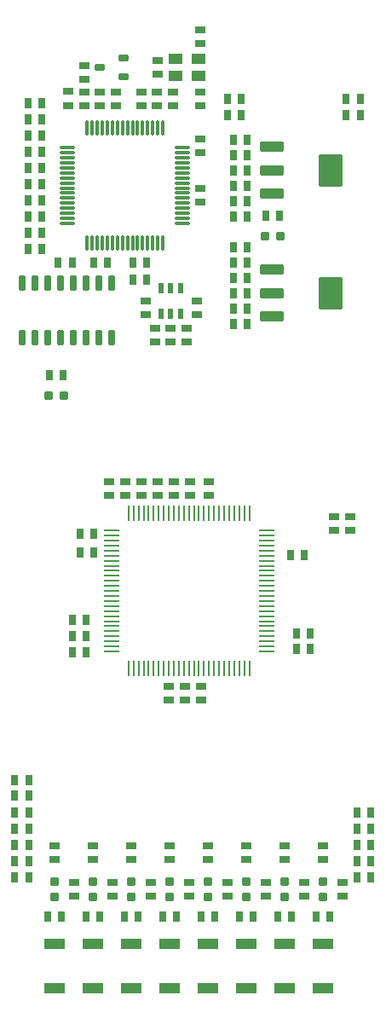
<source format=gtp>
G04*
G04 #@! TF.GenerationSoftware,Altium Limited,Altium Designer,25.8.1 (18)*
G04*
G04 Layer_Color=8421504*
%FSLAX44Y44*%
%MOMM*%
G71*
G04*
G04 #@! TF.SameCoordinates,09908D1C-3CBA-4CA1-80F0-1CDDA561F1C0*
G04*
G04*
G04 #@! TF.FilePolarity,Positive*
G04*
G01*
G75*
G04:AMPARAMS|DCode=15|XSize=0.72mm|YSize=0.99mm|CornerRadius=0.09mm|HoleSize=0mm|Usage=FLASHONLY|Rotation=270.000|XOffset=0mm|YOffset=0mm|HoleType=Round|Shape=RoundedRectangle|*
%AMROUNDEDRECTD15*
21,1,0.7200,0.8100,0,0,270.0*
21,1,0.5400,0.9900,0,0,270.0*
1,1,0.1800,-0.4050,-0.2700*
1,1,0.1800,-0.4050,0.2700*
1,1,0.1800,0.4050,0.2700*
1,1,0.1800,0.4050,-0.2700*
%
%ADD15ROUNDEDRECTD15*%
G04:AMPARAMS|DCode=16|XSize=1.6mm|YSize=0.249mm|CornerRadius=0.0311mm|HoleSize=0mm|Usage=FLASHONLY|Rotation=0.000|XOffset=0mm|YOffset=0mm|HoleType=Round|Shape=RoundedRectangle|*
%AMROUNDEDRECTD16*
21,1,1.6000,0.1868,0,0,0.0*
21,1,1.5378,0.2490,0,0,0.0*
1,1,0.0623,0.7689,-0.0934*
1,1,0.0623,-0.7689,-0.0934*
1,1,0.0623,-0.7689,0.0934*
1,1,0.0623,0.7689,0.0934*
%
%ADD16ROUNDEDRECTD16*%
G04:AMPARAMS|DCode=17|XSize=1.6mm|YSize=0.249mm|CornerRadius=0.0311mm|HoleSize=0mm|Usage=FLASHONLY|Rotation=270.000|XOffset=0mm|YOffset=0mm|HoleType=Round|Shape=RoundedRectangle|*
%AMROUNDEDRECTD17*
21,1,1.6000,0.1868,0,0,270.0*
21,1,1.5378,0.2490,0,0,270.0*
1,1,0.0623,-0.0934,-0.7689*
1,1,0.0623,-0.0934,0.7689*
1,1,0.0623,0.0934,0.7689*
1,1,0.0623,0.0934,-0.7689*
%
%ADD17ROUNDEDRECTD17*%
G04:AMPARAMS|DCode=18|XSize=0.72mm|YSize=0.99mm|CornerRadius=0.09mm|HoleSize=0mm|Usage=FLASHONLY|Rotation=180.000|XOffset=0mm|YOffset=0mm|HoleType=Round|Shape=RoundedRectangle|*
%AMROUNDEDRECTD18*
21,1,0.7200,0.8100,0,0,180.0*
21,1,0.5400,0.9900,0,0,180.0*
1,1,0.1800,-0.2700,0.4050*
1,1,0.1800,0.2700,0.4050*
1,1,0.1800,0.2700,-0.4050*
1,1,0.1800,-0.2700,-0.4050*
%
%ADD18ROUNDEDRECTD18*%
G04:AMPARAMS|DCode=19|XSize=1.05mm|YSize=0.55mm|CornerRadius=0.0688mm|HoleSize=0mm|Usage=FLASHONLY|Rotation=270.000|XOffset=0mm|YOffset=0mm|HoleType=Round|Shape=RoundedRectangle|*
%AMROUNDEDRECTD19*
21,1,1.0500,0.4125,0,0,270.0*
21,1,0.9125,0.5500,0,0,270.0*
1,1,0.1375,-0.2063,-0.4563*
1,1,0.1375,-0.2063,0.4563*
1,1,0.1375,0.2063,0.4563*
1,1,0.1375,0.2063,-0.4563*
%
%ADD19ROUNDEDRECTD19*%
G04:AMPARAMS|DCode=20|XSize=3.3mm|YSize=2.4mm|CornerRadius=0.3mm|HoleSize=0mm|Usage=FLASHONLY|Rotation=90.000|XOffset=0mm|YOffset=0mm|HoleType=Round|Shape=RoundedRectangle|*
%AMROUNDEDRECTD20*
21,1,3.3000,1.8000,0,0,90.0*
21,1,2.7000,2.4000,0,0,90.0*
1,1,0.6000,0.9000,1.3500*
1,1,0.6000,0.9000,-1.3500*
1,1,0.6000,-0.9000,-1.3500*
1,1,0.6000,-0.9000,1.3500*
%
%ADD20ROUNDEDRECTD20*%
G04:AMPARAMS|DCode=21|XSize=2.4mm|YSize=1mm|CornerRadius=0.125mm|HoleSize=0mm|Usage=FLASHONLY|Rotation=0.000|XOffset=0mm|YOffset=0mm|HoleType=Round|Shape=RoundedRectangle|*
%AMROUNDEDRECTD21*
21,1,2.4000,0.7500,0,0,0.0*
21,1,2.1500,1.0000,0,0,0.0*
1,1,0.2500,1.0750,-0.3750*
1,1,0.2500,-1.0750,-0.3750*
1,1,0.2500,-1.0750,0.3750*
1,1,0.2500,1.0750,0.3750*
%
%ADD21ROUNDEDRECTD21*%
G04:AMPARAMS|DCode=22|XSize=0.6mm|YSize=1.45mm|CornerRadius=0.075mm|HoleSize=0mm|Usage=FLASHONLY|Rotation=180.000|XOffset=0mm|YOffset=0mm|HoleType=Round|Shape=RoundedRectangle|*
%AMROUNDEDRECTD22*
21,1,0.6000,1.3000,0,0,180.0*
21,1,0.4500,1.4500,0,0,180.0*
1,1,0.1500,-0.2250,0.6500*
1,1,0.1500,0.2250,0.6500*
1,1,0.1500,0.2250,-0.6500*
1,1,0.1500,-0.2250,-0.6500*
%
%ADD22ROUNDEDRECTD22*%
G04:AMPARAMS|DCode=23|XSize=0.8mm|YSize=0.8mm|CornerRadius=0.05mm|HoleSize=0mm|Usage=FLASHONLY|Rotation=270.000|XOffset=0mm|YOffset=0mm|HoleType=Round|Shape=RoundedRectangle|*
%AMROUNDEDRECTD23*
21,1,0.8000,0.7000,0,0,270.0*
21,1,0.7000,0.8000,0,0,270.0*
1,1,0.1000,-0.3500,-0.3500*
1,1,0.1000,-0.3500,0.3500*
1,1,0.1000,0.3500,0.3500*
1,1,0.1000,0.3500,-0.3500*
%
%ADD23ROUNDEDRECTD23*%
G04:AMPARAMS|DCode=24|XSize=0.3mm|YSize=1.5mm|CornerRadius=0.0375mm|HoleSize=0mm|Usage=FLASHONLY|Rotation=270.000|XOffset=0mm|YOffset=0mm|HoleType=Round|Shape=RoundedRectangle|*
%AMROUNDEDRECTD24*
21,1,0.3000,1.4250,0,0,270.0*
21,1,0.2250,1.5000,0,0,270.0*
1,1,0.0750,-0.7125,-0.1125*
1,1,0.0750,-0.7125,0.1125*
1,1,0.0750,0.7125,0.1125*
1,1,0.0750,0.7125,-0.1125*
%
%ADD24ROUNDEDRECTD24*%
G04:AMPARAMS|DCode=25|XSize=0.3mm|YSize=1.5mm|CornerRadius=0.0375mm|HoleSize=0mm|Usage=FLASHONLY|Rotation=0.000|XOffset=0mm|YOffset=0mm|HoleType=Round|Shape=RoundedRectangle|*
%AMROUNDEDRECTD25*
21,1,0.3000,1.4250,0,0,0.0*
21,1,0.2250,1.5000,0,0,0.0*
1,1,0.0750,0.1125,-0.7125*
1,1,0.0750,-0.1125,-0.7125*
1,1,0.0750,-0.1125,0.7125*
1,1,0.0750,0.1125,0.7125*
%
%ADD25ROUNDEDRECTD25*%
G04:AMPARAMS|DCode=26|XSize=0.8mm|YSize=0.8mm|CornerRadius=0.05mm|HoleSize=0mm|Usage=FLASHONLY|Rotation=180.000|XOffset=0mm|YOffset=0mm|HoleType=Round|Shape=RoundedRectangle|*
%AMROUNDEDRECTD26*
21,1,0.8000,0.7000,0,0,180.0*
21,1,0.7000,0.8000,0,0,180.0*
1,1,0.1000,-0.3500,0.3500*
1,1,0.1000,0.3500,0.3500*
1,1,0.1000,0.3500,-0.3500*
1,1,0.1000,-0.3500,-0.3500*
%
%ADD26ROUNDEDRECTD26*%
G04:AMPARAMS|DCode=27|XSize=2mm|YSize=1.05mm|CornerRadius=0.05mm|HoleSize=0mm|Usage=FLASHONLY|Rotation=180.000|XOffset=0mm|YOffset=0mm|HoleType=Round|Shape=RoundedRectangle|*
%AMROUNDEDRECTD27*
21,1,2.0000,0.9500,0,0,180.0*
21,1,1.9000,1.0500,0,0,180.0*
1,1,0.1000,-0.9500,0.4750*
1,1,0.1000,0.9500,0.4750*
1,1,0.1000,0.9500,-0.4750*
1,1,0.1000,-0.9500,-0.4750*
%
%ADD27ROUNDEDRECTD27*%
G04:AMPARAMS|DCode=28|XSize=1.05mm|YSize=1.3mm|CornerRadius=0.05mm|HoleSize=0mm|Usage=FLASHONLY|Rotation=270.000|XOffset=0mm|YOffset=0mm|HoleType=Round|Shape=RoundedRectangle|*
%AMROUNDEDRECTD28*
21,1,1.0500,1.2000,0,0,270.0*
21,1,0.9500,1.3000,0,0,270.0*
1,1,0.1000,-0.6000,-0.4750*
1,1,0.1000,-0.6000,0.4750*
1,1,0.1000,0.6000,0.4750*
1,1,0.1000,0.6000,-0.4750*
%
%ADD28ROUNDEDRECTD28*%
G04:AMPARAMS|DCode=29|XSize=1mm|YSize=0.6mm|CornerRadius=0.075mm|HoleSize=0mm|Usage=FLASHONLY|Rotation=180.000|XOffset=0mm|YOffset=0mm|HoleType=Round|Shape=RoundedRectangle|*
%AMROUNDEDRECTD29*
21,1,1.0000,0.4500,0,0,180.0*
21,1,0.8500,0.6000,0,0,180.0*
1,1,0.1500,-0.4250,0.2250*
1,1,0.1500,0.4250,0.2250*
1,1,0.1500,0.4250,-0.2250*
1,1,0.1500,-0.4250,-0.2250*
%
%ADD29ROUNDEDRECTD29*%
D15*
X160000Y-47900D02*
D03*
X160000Y-34100D02*
D03*
X144000Y-47900D02*
D03*
X144000Y-34100D02*
D03*
X133500Y-360980D02*
D03*
Y-374780D02*
D03*
X95250Y-360980D02*
D03*
Y-374780D02*
D03*
X57250Y-360980D02*
D03*
Y-374780D02*
D03*
X19000Y-360980D02*
D03*
Y-374780D02*
D03*
X-19115Y-360980D02*
D03*
Y-374780D02*
D03*
X-57250Y-360980D02*
D03*
Y-374780D02*
D03*
X-95250Y-360980D02*
D03*
Y-374780D02*
D03*
X-133250Y-360980D02*
D03*
Y-374780D02*
D03*
X-104000Y400100D02*
D03*
Y414000D02*
D03*
X-72750Y387650D02*
D03*
Y373850D02*
D03*
X-88250Y387650D02*
D03*
Y373850D02*
D03*
X-30750Y405100D02*
D03*
Y419000D02*
D03*
X-31500Y387650D02*
D03*
Y373850D02*
D03*
X-15750Y387650D02*
D03*
Y373850D02*
D03*
X-47250Y387650D02*
D03*
X-47250Y373850D02*
D03*
X-63000Y-12900D02*
D03*
X-63000Y900D02*
D03*
X-31000Y-12900D02*
D03*
X-31000Y900D02*
D03*
X-79000Y-12900D02*
D03*
X-79000Y900D02*
D03*
X-47000Y-12900D02*
D03*
X-47000Y900D02*
D03*
X-43000Y179900D02*
D03*
Y166100D02*
D03*
X11250Y373850D02*
D03*
X11250Y387650D02*
D03*
X-20000Y-216400D02*
D03*
X-20000Y-202600D02*
D03*
X12250Y-216400D02*
D03*
X12250Y-202600D02*
D03*
X20000Y900D02*
D03*
Y-12900D02*
D03*
X-15000Y900D02*
D03*
Y-12900D02*
D03*
X1000Y900D02*
D03*
Y-12900D02*
D03*
X-104000Y387650D02*
D03*
Y373850D02*
D03*
X-34000Y152900D02*
D03*
Y139100D02*
D03*
X8000Y179900D02*
D03*
Y166100D02*
D03*
X-76200Y-397350D02*
D03*
Y-411150D02*
D03*
X-114300Y-397350D02*
D03*
Y-411150D02*
D03*
X11500Y278100D02*
D03*
Y291900D02*
D03*
Y340900D02*
D03*
Y327100D02*
D03*
X-38100Y-397350D02*
D03*
X-38100Y-411150D02*
D03*
X-3750Y-216400D02*
D03*
X-3750Y-202600D02*
D03*
X-120000Y374100D02*
D03*
Y387900D02*
D03*
X11000Y449400D02*
D03*
Y435600D02*
D03*
X-2000Y139100D02*
D03*
Y152900D02*
D03*
X38100Y-397350D02*
D03*
Y-411150D02*
D03*
X76200Y-397350D02*
D03*
X76200Y-411150D02*
D03*
X-0Y-397350D02*
D03*
Y-411150D02*
D03*
X152400Y-397350D02*
D03*
Y-411150D02*
D03*
X-18000Y152900D02*
D03*
Y139100D02*
D03*
X114300Y-397350D02*
D03*
Y-411150D02*
D03*
D16*
X77000Y-47950D02*
D03*
X77000Y-52950D02*
D03*
X77000Y-57950D02*
D03*
X77000Y-62950D02*
D03*
X77000Y-67950D02*
D03*
X77000Y-72950D02*
D03*
Y-77950D02*
D03*
X77000Y-82950D02*
D03*
X77000Y-87950D02*
D03*
X77000Y-92950D02*
D03*
X77000Y-97950D02*
D03*
X77000Y-102950D02*
D03*
X77000Y-107950D02*
D03*
X77000Y-112950D02*
D03*
X77000Y-117950D02*
D03*
Y-122950D02*
D03*
X77000Y-127950D02*
D03*
Y-132950D02*
D03*
X77000Y-137950D02*
D03*
Y-142950D02*
D03*
Y-147950D02*
D03*
X77000Y-152950D02*
D03*
X77000Y-157950D02*
D03*
X77000Y-162950D02*
D03*
X77000Y-167950D02*
D03*
X-77000D02*
D03*
X-77000Y-162950D02*
D03*
X-77000Y-157950D02*
D03*
X-77000Y-152950D02*
D03*
X-77000Y-147950D02*
D03*
X-77000Y-142950D02*
D03*
Y-137950D02*
D03*
X-77000Y-132950D02*
D03*
X-77000Y-127950D02*
D03*
X-77000Y-122950D02*
D03*
X-77000Y-117950D02*
D03*
X-77000Y-112950D02*
D03*
X-77000Y-107950D02*
D03*
X-77000Y-102950D02*
D03*
X-77000Y-97950D02*
D03*
Y-92950D02*
D03*
X-77000Y-87950D02*
D03*
Y-82950D02*
D03*
X-77000Y-77950D02*
D03*
Y-72950D02*
D03*
Y-67950D02*
D03*
X-77000Y-62950D02*
D03*
X-77000Y-57950D02*
D03*
X-77000Y-52950D02*
D03*
X-77000Y-47950D02*
D03*
D17*
X60000Y-184950D02*
D03*
X55000Y-184950D02*
D03*
X50000Y-184950D02*
D03*
X45000Y-184950D02*
D03*
X40000Y-184950D02*
D03*
X35000Y-184950D02*
D03*
X30000D02*
D03*
X25000Y-184950D02*
D03*
X20000Y-184950D02*
D03*
X15000Y-184950D02*
D03*
X10000Y-184950D02*
D03*
X5000Y-184950D02*
D03*
X0Y-184950D02*
D03*
X-5000Y-184950D02*
D03*
X-10000Y-184950D02*
D03*
X-15000D02*
D03*
X-20000Y-184950D02*
D03*
X-25000D02*
D03*
X-30000Y-184950D02*
D03*
X-35000D02*
D03*
X-40000D02*
D03*
X-45000Y-184950D02*
D03*
X-50000Y-184950D02*
D03*
X-55000Y-184950D02*
D03*
X-60000Y-184950D02*
D03*
Y-30950D02*
D03*
X-55000Y-30950D02*
D03*
X-50000Y-30950D02*
D03*
X-45000Y-30950D02*
D03*
X-40000Y-30950D02*
D03*
X-35000Y-30950D02*
D03*
X-30000D02*
D03*
X-25000Y-30950D02*
D03*
X-20000Y-30950D02*
D03*
X-15000Y-30950D02*
D03*
X-10000Y-30950D02*
D03*
X-5000Y-30950D02*
D03*
X-0Y-30950D02*
D03*
X5000Y-30950D02*
D03*
X10000Y-30950D02*
D03*
X15000D02*
D03*
X20000Y-30950D02*
D03*
X25000D02*
D03*
X30000Y-30950D02*
D03*
X35000D02*
D03*
X40000D02*
D03*
X45000Y-30950D02*
D03*
X50000Y-30950D02*
D03*
X55000Y-30950D02*
D03*
X60000Y-30950D02*
D03*
D18*
X167100Y-328000D02*
D03*
X180900Y-328000D02*
D03*
X-159100Y-295500D02*
D03*
X-172900Y-295500D02*
D03*
X-159100Y-328000D02*
D03*
X-172900Y-328000D02*
D03*
X-116100Y218000D02*
D03*
X-129900Y218000D02*
D03*
X-115900Y-153000D02*
D03*
X-102100Y-153000D02*
D03*
X-115900Y-137000D02*
D03*
X-102100Y-137000D02*
D03*
X-159900Y248000D02*
D03*
X-146100Y248000D02*
D03*
X-159900Y376000D02*
D03*
X-146100Y376000D02*
D03*
X90150Y264250D02*
D03*
X76350Y264250D02*
D03*
X-159900Y360000D02*
D03*
X-146100Y360000D02*
D03*
X-159900Y344000D02*
D03*
X-146100D02*
D03*
X-159900Y328000D02*
D03*
X-146100Y328000D02*
D03*
X-159900Y296000D02*
D03*
X-146100Y296000D02*
D03*
X-159900Y280000D02*
D03*
X-146100Y280000D02*
D03*
X-159900Y264000D02*
D03*
X-146100Y264000D02*
D03*
X167100Y-344009D02*
D03*
X180900Y-344009D02*
D03*
X-159100Y-311500D02*
D03*
X-172900Y-311500D02*
D03*
X-159100Y-360000D02*
D03*
X-172900D02*
D03*
X-159100Y-344000D02*
D03*
X-172900Y-344000D02*
D03*
X167100Y-392009D02*
D03*
X180900Y-392009D02*
D03*
Y-376009D02*
D03*
X167100Y-376009D02*
D03*
X-172900Y-376000D02*
D03*
X-159100Y-376000D02*
D03*
X167100Y-360009D02*
D03*
X180900Y-360009D02*
D03*
X-159100Y-392000D02*
D03*
X-172900Y-392000D02*
D03*
X-42100Y201000D02*
D03*
X-55900D02*
D03*
X-125180Y106680D02*
D03*
X-138980D02*
D03*
X120649Y-150001D02*
D03*
X106849D02*
D03*
X-108500Y-50800D02*
D03*
X-94700D02*
D03*
X114900Y-72000D02*
D03*
X101100D02*
D03*
X170150Y380500D02*
D03*
X156350D02*
D03*
X-102100Y-169000D02*
D03*
X-115900D02*
D03*
X-108500Y-69850D02*
D03*
X-94700D02*
D03*
X120649Y-165751D02*
D03*
X106849D02*
D03*
X38100Y380500D02*
D03*
X51900D02*
D03*
X43900Y340360D02*
D03*
X57700D02*
D03*
X43900Y279400D02*
D03*
X57700D02*
D03*
X38101Y364501D02*
D03*
X51901D02*
D03*
X43900Y172720D02*
D03*
X57700D02*
D03*
X43900Y218440D02*
D03*
X57700D02*
D03*
X12051Y-431501D02*
D03*
X25851D02*
D03*
X170150Y364500D02*
D03*
X156350Y364500D02*
D03*
X43900Y309880D02*
D03*
X57700D02*
D03*
X43900Y264160D02*
D03*
X57700D02*
D03*
X43900Y294640D02*
D03*
X57700D02*
D03*
X43900Y187960D02*
D03*
X57700D02*
D03*
X-159900Y232000D02*
D03*
X-146100D02*
D03*
X-159900Y312000D02*
D03*
X-146100D02*
D03*
X88251Y-431501D02*
D03*
X102051D02*
D03*
X-26049D02*
D03*
X-12249D02*
D03*
X-64149D02*
D03*
X-50349D02*
D03*
X43900Y157480D02*
D03*
X57700D02*
D03*
X43900Y325120D02*
D03*
X57700D02*
D03*
X126351Y-431501D02*
D03*
X140151D02*
D03*
X-102249D02*
D03*
X-88449D02*
D03*
X-94900Y218000D02*
D03*
X-81100D02*
D03*
X43900Y233680D02*
D03*
X57700D02*
D03*
X50151Y-431501D02*
D03*
X63951D02*
D03*
X-140349D02*
D03*
X-126549D02*
D03*
X43900Y203200D02*
D03*
X57700D02*
D03*
X-42100Y218000D02*
D03*
X-55900D02*
D03*
D19*
X-8500Y167500D02*
D03*
X-18000Y167500D02*
D03*
X-27500D02*
D03*
X-27500Y192500D02*
D03*
X-18000Y192500D02*
D03*
X-8500D02*
D03*
D20*
X140760Y309880D02*
D03*
Y187960D02*
D03*
D21*
X82760Y286880D02*
D03*
Y309880D02*
D03*
Y332880D02*
D03*
Y164960D02*
D03*
Y187960D02*
D03*
Y210960D02*
D03*
D22*
X-76550Y197750D02*
D03*
X-89250Y197750D02*
D03*
X-101950Y197750D02*
D03*
X-114650Y197750D02*
D03*
X-127350Y197750D02*
D03*
X-140050Y197750D02*
D03*
X-152750Y197750D02*
D03*
X-165450Y197750D02*
D03*
X-76550Y143250D02*
D03*
X-89250D02*
D03*
X-101950D02*
D03*
X-114650Y143250D02*
D03*
X-127350D02*
D03*
X-140050D02*
D03*
X-152750Y143250D02*
D03*
X-165450Y143250D02*
D03*
D23*
X19049Y-396749D02*
D03*
X19049Y-411749D02*
D03*
X-133351Y-396749D02*
D03*
X-133351Y-411749D02*
D03*
X-95251Y-396749D02*
D03*
X-95251Y-411749D02*
D03*
X-57151Y-396749D02*
D03*
X-57151Y-411749D02*
D03*
X-19051Y-396749D02*
D03*
X-19051Y-411749D02*
D03*
X57149Y-396749D02*
D03*
X57149Y-411749D02*
D03*
X133349Y-396749D02*
D03*
X133349Y-411749D02*
D03*
X95249Y-396749D02*
D03*
X95249Y-411749D02*
D03*
D24*
X-6500Y332140D02*
D03*
Y327140D02*
D03*
X-6500Y322140D02*
D03*
X-6500Y317140D02*
D03*
X-6500Y312140D02*
D03*
X-6500Y307140D02*
D03*
X-6500Y302140D02*
D03*
X-6500Y297140D02*
D03*
X-6500Y292140D02*
D03*
X-6500Y287140D02*
D03*
Y282140D02*
D03*
X-6500Y277140D02*
D03*
X-6500Y272140D02*
D03*
Y267140D02*
D03*
Y262140D02*
D03*
Y257140D02*
D03*
X-120500Y257140D02*
D03*
X-120500Y262140D02*
D03*
X-120500Y267140D02*
D03*
Y272140D02*
D03*
X-120500Y277140D02*
D03*
Y282140D02*
D03*
X-120500Y287140D02*
D03*
Y292140D02*
D03*
X-120500Y297140D02*
D03*
Y302140D02*
D03*
X-120500Y307140D02*
D03*
X-120500Y312140D02*
D03*
X-120500Y317140D02*
D03*
Y322140D02*
D03*
Y327140D02*
D03*
Y332140D02*
D03*
D25*
X-26000Y237640D02*
D03*
X-31000Y237640D02*
D03*
X-36000D02*
D03*
X-41000Y237640D02*
D03*
X-46000Y237640D02*
D03*
X-51000D02*
D03*
X-56000D02*
D03*
X-61000Y237640D02*
D03*
X-66000Y237640D02*
D03*
X-71000Y237640D02*
D03*
X-76000D02*
D03*
X-81000D02*
D03*
X-86000Y237640D02*
D03*
X-91000Y237640D02*
D03*
X-96000Y237640D02*
D03*
X-101000D02*
D03*
Y351640D02*
D03*
X-96000Y351640D02*
D03*
X-91000Y351640D02*
D03*
X-86000Y351640D02*
D03*
X-81000D02*
D03*
X-76000Y351640D02*
D03*
X-71000Y351640D02*
D03*
X-66000Y351640D02*
D03*
X-61000Y351640D02*
D03*
X-56000Y351640D02*
D03*
X-51000Y351640D02*
D03*
X-46000Y351640D02*
D03*
X-41000Y351640D02*
D03*
X-36000Y351640D02*
D03*
X-31000Y351640D02*
D03*
X-26000D02*
D03*
D26*
X90751Y243931D02*
D03*
X75751Y243931D02*
D03*
X-124579Y86361D02*
D03*
X-139579D02*
D03*
D27*
X19050Y-502700D02*
D03*
Y-458200D02*
D03*
X-19050Y-458200D02*
D03*
Y-502700D02*
D03*
X57150Y-502700D02*
D03*
Y-458200D02*
D03*
X-57150Y-502700D02*
D03*
Y-458200D02*
D03*
X95250Y-502700D02*
D03*
Y-458200D02*
D03*
X-95250Y-502700D02*
D03*
Y-458200D02*
D03*
X-133350Y-502700D02*
D03*
Y-458200D02*
D03*
X133350Y-502700D02*
D03*
X133350Y-458200D02*
D03*
D28*
X-13500Y403250D02*
D03*
X9500D02*
D03*
X9500Y420750D02*
D03*
X-13500D02*
D03*
D29*
X-65250Y402250D02*
D03*
X-65250Y421250D02*
D03*
X-88250Y411750D02*
D03*
M02*

</source>
